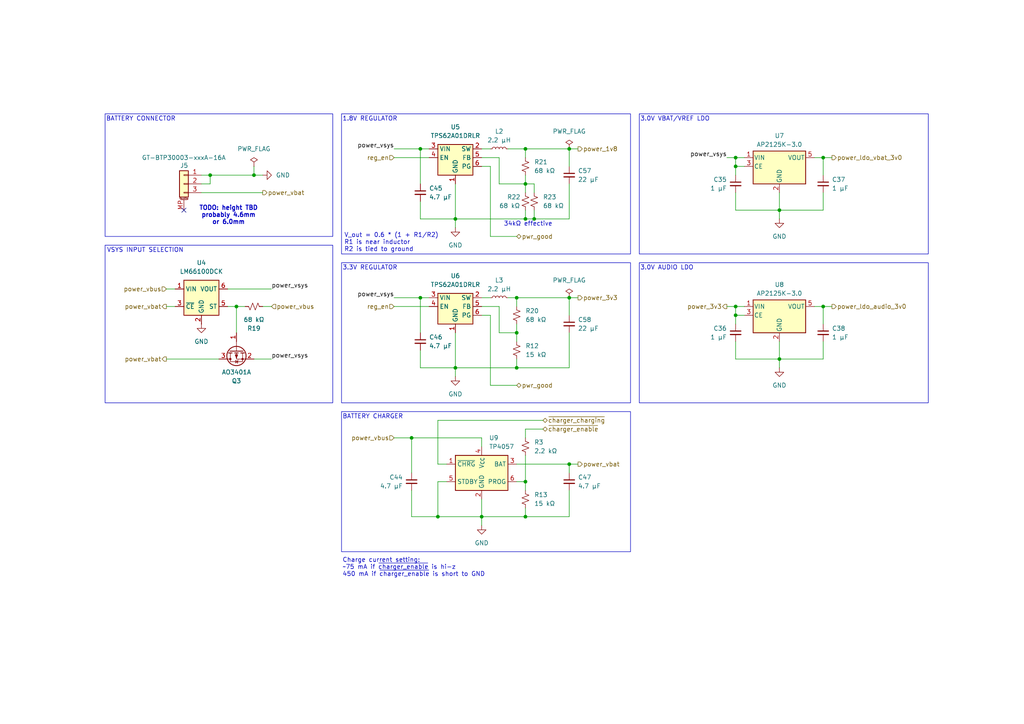
<source format=kicad_sch>
(kicad_sch (version 20250114) (generator "eeschema") (generator_version "9.0")
  (paper "A4")
  (title_block (title "Power supply / battery charger") (date "2024-11-14") (rev "Rev2") (comment 1 "Author: Aidan MacDonald"))
  (lib_symbols
    (symbol "Battery_Management:TP4057"
      (property "Reference" "U5" (at 2.1941 10.16 0))
      (property "Value" "TP4057" (at 2.1941 7.62 0))
      (symbol "TP4057_0_1"
        (rectangle (start -7.62 5.08) (end 7.62 -5.08) (stroke (width 0.254)) (fill (type background)))
      )
      (symbol "TP4057_1_1"
        (pin open_collector line (at -10.16 2.54 0) (length 2.54) (name "~{CHRG}") (number "1"))
        (pin power_in line (at -10.16 -2.54 0) (length 2.54) (name "STDBY") (number "5"))
        (pin power_in line (at 0 7.62 270) (length 2.54) (name "V_{CC}") (number "4"))
        (pin power_in line (at 0 -7.62 90) (length 2.54) (name "GND") (number "2"))
        (pin power_out line (at 10.16 2.54 180) (length 2.54) (name "BAT") (number "3"))
        (pin passive line (at 10.16 -2.54 180) (length 2.54) (name "PROG") (number "6"))
      )
    )
    (symbol "Device:C_Small" (pin_numbers (hide yes)) (pin_names (offset 0.254) (hide yes))
      (property "Reference" "C" (at 0.254 1.778 0))
      (property "Value" "C_Small" (at 0.254 -2.032 0))
      (symbol "C_Small_0_1"
        (polyline (pts (xy -1.524 0.508) (xy 1.524 0.508)) (stroke (width 0.3048)))
        (polyline (pts (xy -1.524 -0.508) (xy 1.524 -0.508)) (stroke (width 0.3302)))
      )
      (symbol "C_Small_1_1"
        (pin passive line (at 0 2.54 270) (length 2.032) (name "~") (number "1"))
        (pin passive line (at 0 -2.54 90) (length 2.032) (name "~") (number "2"))
      )
    )
    (symbol "Device:L_Small" (pin_numbers (hide yes)) (pin_names (offset 0.254) (hide yes))
      (property "Reference" "L" (at 0.762 1.016 0))
      (property "Value" "L_Small" (at 0.762 -1.016 0))
      (symbol "L_Small_0_1"
        (arc (start 0 2.032) (mid 0.5058 1.524) (end 0 1.016))
        (arc (start 0 1.016) (mid 0.5058 0.508) (end 0 0))
        (arc (start 0 0) (mid 0.5058 -0.508) (end 0 -1.016))
        (arc (start 0 -1.016) (mid 0.5058 -1.524) (end 0 -2.032))
      )
      (symbol "L_Small_1_1"
        (pin passive line (at 0 2.54 270) (length 0.508) (name "~") (number "1"))
        (pin passive line (at 0 -2.54 90) (length 0.508) (name "~") (number "2"))
      )
    )
    (symbol "Device:Q_PMOS_GSD" (pin_names (offset 0) (hide yes))
      (property "Reference" "Q" (at 5.08 1.27 0))
      (property "Value" "Q_PMOS_GSD" (at 5.08 -1.27 0))
      (symbol "Q_PMOS_GSD_0_1"
        (polyline (pts (xy 0.254 1.905) (xy 0.254 -1.905)) (stroke (width 0.254)))
        (polyline (pts (xy 0.254 0) (xy -2.54 0)))
        (polyline (pts (xy 0.762 2.286) (xy 0.762 1.27)) (stroke (width 0.254)))
        (polyline (pts (xy 0.762 1.778) (xy 3.302 1.778) (xy 3.302 -1.778) (xy 0.762 -1.778)))
        (polyline (pts (xy 0.762 0.508) (xy 0.762 -0.508)) (stroke (width 0.254)))
        (polyline (pts (xy 0.762 -1.27) (xy 0.762 -2.286)) (stroke (width 0.254)))
        (circle (center 1.651 0) (radius 2.794) (stroke (width 0.254)))
        (polyline (pts (xy 2.286 0) (xy 1.27 0.381) (xy 1.27 -0.381) (xy 2.286 0)) (fill (type outline)))
        (polyline (pts (xy 2.54 2.54) (xy 2.54 1.778)))
        (circle (center 2.54 1.778) (radius 0.254) (fill (type outline)))
        (circle (center 2.54 -1.778) (radius 0.254) (fill (type outline)))
        (polyline (pts (xy 2.54 -2.54) (xy 2.54 0) (xy 0.762 0)))
        (polyline (pts (xy 2.794 -0.508) (xy 2.921 -0.381) (xy 3.683 -0.381) (xy 3.81 -0.254)))
        (polyline (pts (xy 3.302 -0.381) (xy 2.921 0.254) (xy 3.683 0.254) (xy 3.302 -0.381)))
      )
      (symbol "Q_PMOS_GSD_1_1"
        (pin input line (at -5.08 0 0) (length 2.54) (name "G") (number "1"))
        (pin passive line (at 2.54 5.08 270) (length 2.54) (name "D") (number "3"))
        (pin passive line (at 2.54 -5.08 90) (length 2.54) (name "S") (number "2"))
      )
    )
    (symbol "Device:R_Small_US" (pin_numbers (hide yes)) (pin_names (offset 0.254) (hide yes))
      (property "Reference" "R" (at 0.762 0.508 0))
      (property "Value" "R_Small_US" (at 0.762 -1.016 0))
      (symbol "R_Small_US_1_1"
        (polyline (pts (xy 0 1.524) (xy 1.016 1.143) (xy 0 0.762) (xy -1.016 0.381) (xy 0 0)))
        (polyline (pts (xy 0 0) (xy 1.016 -0.381) (xy 0 -0.762) (xy -1.016 -1.143) (xy 0 -1.524)))
        (pin passive line (at 0 2.54 270) (length 1.016) (name "~") (number "1"))
        (pin passive line (at 0 -2.54 90) (length 1.016) (name "~") (number "2"))
      )
    )
    (symbol "TPS62A01DRLR_1"
      (property "Reference" "U2" (at 0 8.89 0))
      (property "Value" "TPS62A01DRLR" (at 0 6.35 0))
      (symbol "TPS62A01DRLR_1_0_1"
        (rectangle (start -5.08 3.81) (end 5.08 -5.08) (stroke (width 0.254)) (fill (type background)))
      )
      (symbol "TPS62A01DRLR_1_1_1"
        (pin power_in line (at -7.62 2.54 0) (length 2.54) (name "VIN") (number "3"))
        (pin input line (at -7.62 0 0) (length 2.54) (name "EN") (number "4"))
        (pin power_in line (at 0 -7.62 90) (length 2.54) (name "GND") (number "1"))
        (pin power_out line (at 7.62 2.54 180) (length 2.54) (name "SW") (number "2"))
        (pin input line (at 7.62 0 180) (length 2.54) (name "FB") (number "5"))
        (pin power_in line (at 7.62 -2.54 180) (length 2.54) (name "PG") (number "6"))
      )
    )
    (symbol "echoplayer:AP2125K-3.0" (pin_names (offset 0.254))
      (property "Reference" "U" (at -6.35 5.715 0))
      (property "Value" "AP2125K-3.0" (at 0 5.715 0))
      (symbol "AP2125K-3.0_0_1"
        (rectangle (start -7.62 -5.08) (end 7.62 4.445) (stroke (width 0.254)) (fill (type background)))
      )
      (symbol "AP2125K-3.0_1_1"
        (pin power_in line (at -10.16 2.54 0) (length 2.54) (name "VIN") (number "1"))
        (pin input line (at -10.16 0 0) (length 2.54) (name "CE") (number "3"))
        (pin power_in line (at 0 -7.62 90) (length 2.54) (name "GND") (number "2"))
        (pin passive line (at 0 -7.62 90) (length 2.54) (hide yes) (name "NC") (number "4"))
        (pin power_out line (at 10.16 2.54 180) (length 2.54) (name "VOUT") (number "5"))
      )
    )
    (symbol "echoplayer:GT-BTP30003" (pin_names (offset 1.016) (hide yes))
      (property "Reference" "J" (at 0 5.08 0))
      (property "Value" "GT-BTP30003" (at 1.27 -5.08 0))
      (symbol "GT-BTP30003_1_1"
        (rectangle (start -1.27 3.81) (end 1.27 -3.81) (stroke (width 0.254)) (fill (type background)))
        (rectangle (start -1.27 2.667) (end 0 2.413) (stroke (width 0.1524)))
        (rectangle (start -1.27 0.127) (end 0 -0.127) (stroke (width 0.1524)))
        (rectangle (start -1.27 -2.413) (end 0 -2.667) (stroke (width 0.1524)))
        (polyline (pts (xy -1.016 -4.572) (xy 1.016 -4.572)) (stroke (width 0.1524)))
        (text "Mounting" (at 0 -4.191 0) (effects (font (size 0.381 0.381))))
        (pin passive line (at -5.08 2.54 0) (length 3.81) (name "Pin_1") (number "1"))
        (pin passive line (at -5.08 0 0) (length 3.81) (name "Pin_2") (number "2"))
        (pin passive line (at -5.08 -2.54 0) (length 3.81) (name "Pin_3") (number "3"))
        (pin passive line (at 0 -7.62 90) (length 3.048) (name "MountPin") (number "MP"))
      )
    )
    (symbol "echoplayer:LM66100DCK"
      (property "Reference" "U" (at -5.08 6.096 0))
      (property "Value" "LM66100DCK" (at 0.254 -6.35 0))
      (symbol "LM66100DCK_0_1"
        (rectangle (start -5.08 5.08) (end 5.08 -5.08) (stroke (width 0.254)) (fill (type background)))
      )
      (symbol "LM66100DCK_1_1"
        (pin power_in line (at -7.62 2.54 0) (length 2.54) (name "VIN") (number "1"))
        (pin input line (at -7.62 -2.54 0) (length 2.54) (name "~{CE}") (number "3"))
        (pin no_connect line (at 0 5.08 270) (length 2.54) (hide yes) (name "NC") (number "4"))
        (pin power_in line (at 0 -7.62 90) (length 2.54) (name "GND") (number "2"))
        (pin power_out line (at 7.62 2.54 180) (length 2.54) (name "VOUT") (number "6"))
        (pin open_collector line (at 7.62 -2.54 180) (length 2.54) (name "ST") (number "5"))
      )
    )
    (symbol "echoplayer:TPS62A01DRLR"
      (property "Reference" "U3" (at 0 8.89 0))
      (property "Value" "TPS62A01DRLR" (at 0 6.35 0))
      (symbol "TPS62A01DRLR_0_1"
        (rectangle (start -5.08 3.81) (end 5.08 -5.08) (stroke (width 0.254)) (fill (type background)))
      )
      (symbol "TPS62A01DRLR_1_1"
        (pin power_in line (at -7.62 2.54 0) (length 2.54) (name "VIN") (number "3"))
        (pin input line (at -7.62 0 0) (length 2.54) (name "EN") (number "4"))
        (pin power_in line (at 0 -7.62 90) (length 2.54) (name "GND") (number "1"))
        (pin power_out line (at 7.62 2.54 180) (length 2.54) (name "SW") (number "2"))
        (pin input line (at 7.62 0 180) (length 2.54) (name "FB") (number "5"))
        (pin power_in line (at 7.62 -2.54 180) (length 2.54) (name "PG") (number "6"))
      )
    )
    (symbol "power:GND" (power) (pin_numbers (hide yes)) (pin_names (offset 0) (hide yes))
      (property "Value" "GND" (at 0 -3.81 0))
      (symbol "GND_0_1"
        (polyline (pts (xy 0 0) (xy 0 -1.27) (xy 1.27 -1.27) (xy 0 -2.54) (xy -1.27 -1.27) (xy 0 -1.27)))
      )
      (symbol "GND_1_1"
        (pin power_in line (at 0 0 270) (length 0) (name "~") (number "1"))
      )
    )
    (symbol "power:PWR_FLAG" (power) (pin_numbers (hide yes)) (pin_names (offset 0) (hide yes))
      (property "Value" "PWR_FLAG" (at 0 3.81 0))
      (symbol "PWR_FLAG_0_0"
        (pin power_out line (at 0 0 90) (length 0) (name "~") (number "1"))
      )
      (symbol "PWR_FLAG_0_1"
        (polyline (pts (xy 0 0) (xy 0 1.27) (xy -1.016 1.905) (xy 0 2.54) (xy 1.016 1.905) (xy 0 1.27)))
      )
    )
  )
  (rectangle (start 99.06 33.02) (end 182.88 73.66))
  (rectangle (start 30.48 33.02) (end 96.52 68.58))
  (rectangle (start 99.06 76.2) (end 182.88 116.84))
  (rectangle (start 185.42 76.2) (end 269.24 116.84))
  (rectangle (start 30.48 71.12) (end 96.52 116.84))
  (rectangle (start 185.42 33.02) (end 269.24 73.66))
  (rectangle (start 99.06 119.38) (end 182.88 160.02))
  (text "TODO: height TBD\nprobably 4.6mm\nor 6.0mm" (at 66.294 62.484 0) (effects (font (size 1.27 1.27) (thickness 0.254) (bold yes))))
  (text "3.3V REGULATOR" (at 99.314 77.724 0) (effects (font (size 1.27 1.27)) (justify left)))
  (text "34kΩ effective" (at 153.162 65.024 0) (effects (font (size 1.27 1.27))))
  (text "V_out = 0.6 * (1 + R1/R2)\nR1 is near inductor\nR2 is tied to ground" (at 99.822 70.358 0) (effects (font (size 1.27 1.27)) (justify left)))
  (text "1.8V REGULATOR" (at 99.314 34.544 0) (effects (font (size 1.27 1.27)) (justify left)))
  (text "Charge current setting:\n~75 mA if ~{charger_enable} is hi-z\n450 mA if ~{charger_enable} is short to GND" (at 99.314 164.592 0) (effects (font (size 1.27 1.27)) (justify left)))
  (text "BATTERY CHARGER" (at 99.314 120.904 0) (effects (font (size 1.27 1.27)) (justify left)))
  (text "BATTERY CONNECTOR" (at 30.734 34.544 0) (effects (font (size 1.27 1.27)) (justify left)))
  (text "3.0V AUDIO LDO" (at 185.674 77.724 0) (effects (font (size 1.27 1.27)) (justify left)))
  (text "3.0V VBAT/VREF LDO" (at 185.674 34.544 0) (effects (font (size 1.27 1.27)) (justify left)))
  (text "VSYS INPUT SELECTION" (at 30.988 72.644 0) (effects (font (size 1.27 1.27)) (justify left)))
  (junction (at 226.06 104.14))
  (junction (at 152.4 53.34))
  (junction (at 165.1 86.36))
  (junction (at 68.58 88.9))
  (junction (at 152.4 139.7))
  (junction (at 213.36 88.9))
  (junction (at 213.36 91.44))
  (junction (at 121.92 86.36))
  (junction (at 149.86 86.36))
  (junction (at 165.1 134.62))
  (junction (at 127 149.86))
  (junction (at 213.36 48.26))
  (junction (at 119.38 127))
  (junction (at 152.4 43.18))
  (junction (at 226.06 60.96))
  (junction (at 121.92 43.18))
  (junction (at 152.4 63.5))
  (junction (at 154.94 63.5))
  (junction (at 132.08 63.5))
  (junction (at 238.76 88.9))
  (junction (at 165.1 43.18))
  (junction (at 73.66 50.8))
  (junction (at 149.86 106.68))
  (junction (at 152.4 149.86))
  (junction (at 238.76 45.72))
  (junction (at 60.96 50.8))
  (junction (at 132.08 106.68))
  (junction (at 139.7 149.86))
  (junction (at 149.86 96.52))
  (junction (at 213.36 45.72))
  (no_connect (at 53.34 60.96))
  (wire (pts (xy 213.36 45.72) (xy 215.9 45.72)))
  (wire (pts (xy 144.78 53.34) (xy 152.4 53.34)))
  (wire (pts (xy 213.36 88.9) (xy 213.36 91.44)))
  (wire (pts (xy 127 121.92) (xy 157.48 121.92)))
  (wire (pts (xy 149.86 86.36) (xy 149.86 88.9)))
  (wire (pts (xy 149.86 139.7) (xy 152.4 139.7)))
  (wire (pts (xy 152.4 124.46) (xy 152.4 127)))
  (wire (pts (xy 78.74 104.14) (xy 73.66 104.14)))
  (wire (pts (xy 226.06 60.96) (xy 238.76 60.96)))
  (wire (pts (xy 152.4 60.96) (xy 152.4 63.5)))
  (wire (pts (xy 144.78 45.72) (xy 144.78 53.34)))
  (wire (pts (xy 152.4 149.86) (xy 152.4 147.32)))
  (wire (pts (xy 119.38 127) (xy 139.7 127)))
  (wire (pts (xy 238.76 88.9) (xy 241.3 88.9)))
  (wire (pts (xy 154.94 60.96) (xy 154.94 63.5)))
  (wire (pts (xy 149.86 96.52) (xy 149.86 99.06)))
  (wire (pts (xy 121.92 86.36) (xy 124.46 86.36)))
  (wire (pts (xy 213.36 104.14) (xy 226.06 104.14)))
  (wire (pts (xy 154.94 53.34) (xy 154.94 55.88)))
  (wire (pts (xy 165.1 134.62) (xy 165.1 137.16)))
  (wire (pts (xy 121.92 101.6) (xy 121.92 106.68)))
  (wire (pts (xy 73.66 48.26) (xy 73.66 50.8)))
  (wire (pts (xy 132.08 106.68) (xy 132.08 109.22)))
  (wire (pts (xy 213.36 48.26) (xy 215.9 48.26)))
  (wire (pts (xy 213.36 99.06) (xy 213.36 104.14)))
  (wire (pts (xy 238.76 99.06) (xy 238.76 104.14)))
  (wire (pts (xy 139.7 88.9) (xy 144.78 88.9)))
  (wire (pts (xy 121.92 43.18) (xy 124.46 43.18)))
  (wire (pts (xy 139.7 149.86) (xy 152.4 149.86)))
  (wire (pts (xy 226.06 104.14) (xy 226.06 106.68)))
  (wire (pts (xy 144.78 45.72) (xy 139.7 45.72)))
  (wire (pts (xy 213.36 60.96) (xy 226.06 60.96)))
  (wire (pts (xy 213.36 48.26) (xy 213.36 50.8)))
  (wire (pts (xy 139.7 144.78) (xy 139.7 149.86)))
  (wire (pts (xy 149.86 104.14) (xy 149.86 106.68)))
  (wire (pts (xy 121.92 106.68) (xy 132.08 106.68)))
  (wire (pts (xy 132.08 63.5) (xy 132.08 66.04)))
  (wire (pts (xy 142.24 91.44) (xy 142.24 111.76)))
  (wire (pts (xy 139.7 86.36) (xy 142.24 86.36)))
  (wire (pts (xy 121.92 43.18) (xy 121.92 53.34)))
  (wire (pts (xy 68.58 88.9) (xy 68.58 96.52)))
  (wire (pts (xy 226.06 104.14) (xy 238.76 104.14)))
  (wire (pts (xy 147.32 43.18) (xy 152.4 43.18)))
  (wire (pts (xy 157.48 124.46) (xy 152.4 124.46)))
  (wire (pts (xy 165.1 134.62) (xy 167.64 134.62)))
  (wire (pts (xy 165.1 63.5) (xy 154.94 63.5)))
  (wire (pts (xy 238.76 45.72) (xy 241.3 45.72)))
  (wire (pts (xy 142.24 48.26) (xy 142.24 68.58)))
  (wire (pts (xy 144.78 88.9) (xy 144.78 96.52)))
  (wire (pts (xy 132.08 96.52) (xy 132.08 106.68)))
  (wire (pts (xy 165.1 86.36) (xy 167.64 86.36)))
  (wire (pts (xy 132.08 106.68) (xy 149.86 106.68)))
  (wire (pts (xy 139.7 91.44) (xy 142.24 91.44)))
  (wire (pts (xy 66.04 88.9) (xy 68.58 88.9)))
  (wire (pts (xy 119.38 142.24) (xy 119.38 149.86)))
  (wire (pts (xy 132.08 53.34) (xy 132.08 63.5)))
  (wire (pts (xy 213.36 88.9) (xy 215.9 88.9)))
  (wire (pts (xy 210.82 88.9) (xy 213.36 88.9)))
  (wire (pts (xy 165.1 43.18) (xy 152.4 43.18)))
  (wire (pts (xy 165.1 96.52) (xy 165.1 106.68)))
  (wire (pts (xy 139.7 43.18) (xy 142.24 43.18)))
  (wire (pts (xy 165.1 149.86) (xy 152.4 149.86)))
  (wire (pts (xy 132.08 63.5) (xy 152.4 63.5)))
  (wire (pts (xy 58.42 55.88) (xy 76.2 55.88)))
  (wire (pts (xy 236.22 45.72) (xy 238.76 45.72)))
  (wire (pts (xy 238.76 88.9) (xy 238.76 93.98)))
  (wire (pts (xy 129.54 139.7) (xy 127 139.7)))
  (wire (pts (xy 149.86 134.62) (xy 165.1 134.62)))
  (wire (pts (xy 119.38 127) (xy 119.38 137.16)))
  (wire (pts (xy 127 149.86) (xy 139.7 149.86)))
  (wire (pts (xy 127 139.7) (xy 127 149.86)))
  (wire (pts (xy 144.78 96.52) (xy 149.86 96.52)))
  (wire (pts (xy 114.3 88.9) (xy 124.46 88.9)))
  (wire (pts (xy 152.4 43.18) (xy 152.4 45.72)))
  (wire (pts (xy 165.1 142.24) (xy 165.1 149.86)))
  (wire (pts (xy 58.42 53.34) (xy 60.96 53.34)))
  (wire (pts (xy 236.22 88.9) (xy 238.76 88.9)))
  (wire (pts (xy 226.06 55.88) (xy 226.06 60.96)))
  (wire (pts (xy 139.7 48.26) (xy 142.24 48.26)))
  (wire (pts (xy 152.4 50.8) (xy 152.4 53.34)))
  (wire (pts (xy 48.26 104.14) (xy 63.5 104.14)))
  (wire (pts (xy 114.3 86.36) (xy 121.92 86.36)))
  (wire (pts (xy 165.1 43.18) (xy 167.64 43.18)))
  (wire (pts (xy 152.4 132.08) (xy 152.4 139.7)))
  (wire (pts (xy 165.1 86.36) (xy 149.86 86.36)))
  (wire (pts (xy 121.92 86.36) (xy 121.92 96.52)))
  (wire (pts (xy 238.76 55.88) (xy 238.76 60.96)))
  (wire (pts (xy 121.92 63.5) (xy 132.08 63.5)))
  (wire (pts (xy 60.96 50.8) (xy 73.66 50.8)))
  (wire (pts (xy 213.36 55.88) (xy 213.36 60.96)))
  (wire (pts (xy 48.26 88.9) (xy 50.8 88.9)))
  (wire (pts (xy 165.1 53.34) (xy 165.1 63.5)))
  (wire (pts (xy 114.3 127) (xy 119.38 127)))
  (wire (pts (xy 127 134.62) (xy 127 121.92)))
  (wire (pts (xy 142.24 111.76) (xy 149.86 111.76)))
  (wire (pts (xy 139.7 127) (xy 139.7 129.54)))
  (wire (pts (xy 238.76 45.72) (xy 238.76 50.8)))
  (wire (pts (xy 129.54 134.62) (xy 127 134.62)))
  (wire (pts (xy 213.36 45.72) (xy 213.36 48.26)))
  (wire (pts (xy 165.1 48.26) (xy 165.1 43.18)))
  (wire (pts (xy 68.58 88.9) (xy 71.12 88.9)))
  (wire (pts (xy 78.74 88.9) (xy 76.2 88.9)))
  (wire (pts (xy 213.36 91.44) (xy 215.9 91.44)))
  (wire (pts (xy 226.06 99.06) (xy 226.06 104.14)))
  (wire (pts (xy 48.26 83.82) (xy 50.8 83.82)))
  (wire (pts (xy 139.7 152.4) (xy 139.7 149.86)))
  (wire (pts (xy 73.66 50.8) (xy 76.2 50.8)))
  (wire (pts (xy 152.4 53.34) (xy 152.4 55.88)))
  (wire (pts (xy 165.1 106.68) (xy 149.86 106.68)))
  (wire (pts (xy 114.3 43.18) (xy 121.92 43.18)))
  (wire (pts (xy 149.86 93.98) (xy 149.86 96.52)))
  (wire (pts (xy 147.32 86.36) (xy 149.86 86.36)))
  (wire (pts (xy 58.42 50.8) (xy 60.96 50.8)))
  (wire (pts (xy 154.94 63.5) (xy 152.4 63.5)))
  (wire (pts (xy 210.82 45.72) (xy 213.36 45.72)))
  (wire (pts (xy 226.06 60.96) (xy 226.06 63.5)))
  (wire (pts (xy 121.92 58.42) (xy 121.92 63.5)))
  (wire (pts (xy 114.3 45.72) (xy 124.46 45.72)))
  (wire (pts (xy 213.36 91.44) (xy 213.36 93.98)))
  (wire (pts (xy 165.1 91.44) (xy 165.1 86.36)))
  (wire (pts (xy 60.96 50.8) (xy 60.96 53.34)))
  (wire (pts (xy 142.24 68.58) (xy 149.86 68.58)))
  (wire (pts (xy 152.4 53.34) (xy 154.94 53.34)))
  (wire (pts (xy 119.38 149.86) (xy 127 149.86)))
  (wire (pts (xy 152.4 139.7) (xy 152.4 142.24)))
  (wire (pts (xy 66.04 83.82) (xy 78.74 83.82)))
  (label "power_vsys" (at 78.74 104.14 0))
  (label "power_vsys" (at 114.3 86.36 180))
  (label "power_vsys" (at 78.74 83.82 0))
  (label "power_vsys" (at 210.82 45.72 180))
  (label "power_vsys" (at 114.3 43.18 180))
  (hierarchical_label "power_vbat" (shape output) (at 48.26 88.9 180))
  (hierarchical_label "~{charger_charging}" (shape tri_state) (at 157.48 121.92 0))
  (hierarchical_label "power_3v3" (shape output) (at 167.64 86.36 0))
  (hierarchical_label "reg_en" (shape input) (at 114.3 88.9 180))
  (hierarchical_label "power_vbus" (shape input) (at 114.3 127 180))
  (hierarchical_label "power_vbus" (shape input) (at 48.26 83.82 180))
  (hierarchical_label "power_3v3" (shape output) (at 210.82 88.9 180))
  (hierarchical_label "pwr_good" (shape tri_state) (at 149.86 111.76 0))
  (hierarchical_label "power_vbus" (shape input) (at 78.74 88.9 0))
  (hierarchical_label "power_vbat" (shape output) (at 76.2 55.88 0))
  (hierarchical_label "power_1v8" (shape output) (at 167.64 43.18 0))
  (hierarchical_label "power_ldo_audio_3v0" (shape output) (at 241.3 88.9 0))
  (hierarchical_label "~{charger_enable}" (shape tri_state) (at 157.48 124.46 0))
  (hierarchical_label "reg_en" (shape input) (at 114.3 45.72 180))
  (hierarchical_label "power_ldo_vbat_3v0" (shape output) (at 241.3 45.72 0))
  (hierarchical_label "power_vbat" (shape output) (at 167.64 134.62 0))
  (hierarchical_label "pwr_good" (shape tri_state) (at 149.86 68.58 0))
  (hierarchical_label "power_vbat" (shape output) (at 48.26 104.14 180))
  (symbol (lib_id "power:PWR_FLAG") (at 165.1 86.36 0) (unit 1)
    (property "Reference" "#FLG0110" (effects (hide yes)))
    (property "Value" "PWR_FLAG" (at 165.1 81.28 0))
    (property "Description" "Special symbol for telling ERC where power comes from" (effects (hide yes)))
  )
  (symbol (lib_id "Battery_Management:TP4057") (at 139.7 137.16 0) (unit 1)
    (property "Reference" "U9" (at 141.8433 127 0) (effects (justify left)))
    (property "Value" "TP4057" (at 141.8433 129.54 0) (effects (justify left)))
    (property "Footprint" "Package_TO_SOT_SMD:TSOT-23-6" (effects (hide yes)))
    (property "Datasheet" "http://toppwr.com/uploadfile/file/20230304/640302a47b738.pdf" (effects (hide yes)))
    (property "Description" "Constant-current/constant-voltage linear charger for single cell lithium-ion batteries with 2.9V Trickle Charge, 4.5V to 6.5V VDD, -40 to +85 degree Celsius, TSOT-23-5" (effects (hide yes)))
  )
  (symbol (lib_id "echoplayer:TPS62A01DRLR") (at 132.08 88.9 0) (unit 1)
    (property "Reference" "U6" (at 132.08 80.01 0))
    (property "Value" "TPS62A01DRLR" (at 132.08 82.55 0))
    (property "Footprint" "Package_TO_SOT_SMD:SOT-563" (effects (hide yes)))
    (property "Datasheet" "https://www.ti.com/lit/ds/symlink/tps62a01.pdf" (effects (hide yes)))
    (property "Description" "2.4 MHz, 1A, 2.5V-5.5V input, synchronous buck converter" (effects (hide yes)))
  )
  (symbol (lib_id "Device:R_Small_US") (at 152.4 144.78 0) (unit 1)
    (property "Reference" "R13" (at 154.94 143.5099 0) (effects (justify left)))
    (property "Value" "15 kΩ" (at 154.94 146.0499 0) (effects (justify left)))
    (property "Footprint" "Resistor_SMD:R_0402_1005Metric" (effects (hide yes)))
    (property "Description" "Resistor, small US symbol" (effects (hide yes)))
  )
  (symbol (lib_id "Device:C_Small") (at 213.36 96.52 0) (mirror y) (unit 1)
    (property "Reference" "C36" (at 210.82 95.2562 0) (effects (justify left)))
    (property "Value" "1 µF" (at 210.82 97.7962 0) (effects (justify left)))
    (property "Footprint" "Capacitor_SMD:C_0402_1005Metric" (effects (hide yes)))
    (property "Description" "Unpolarized capacitor, small symbol" (effects (hide yes)))
  )
  (symbol (lib_id "Device:R_Small_US") (at 152.4 58.42 0) (unit 1)
    (property "Reference" "R22" (at 147.066 57.15 0) (effects (justify left)))
    (property "Value" "68 kΩ" (at 144.78 59.6901 0) (effects (justify left)))
    (property "Footprint" "Resistor_SMD:R_0402_1005Metric" (effects (hide yes)))
    (property "Description" "Resistor, small US symbol" (effects (hide yes)))
  )
  (symbol (lib_id "Device:L_Small") (at 144.78 86.36 90) (unit 1)
    (property "Reference" "L3" (at 144.78 81.28 90))
    (property "Value" "2.2 µH" (at 144.78 83.82 90))
    (property "Footprint" "Inductor_SMD:L_Changjiang_FNR3015S" (effects (hide yes)))
    (property "Description" "Inductor, small symbol" (effects (hide yes)))
  )
  (symbol (lib_id "Device:L_Small") (at 144.78 43.18 90) (unit 1)
    (property "Reference" "L2" (at 144.78 38.1 90))
    (property "Value" "2.2 µH" (at 144.78 40.64 90))
    (property "Footprint" "Inductor_SMD:L_Changjiang_FNR3015S" (effects (hide yes)))
    (property "Description" "Inductor, small symbol" (effects (hide yes)))
  )
  (symbol (lib_id "Device:Q_PMOS_GSD") (at 68.58 101.6 90) (mirror x) (unit 1)
    (property "Reference" "Q3" (at 68.58 110.49 90))
    (property "Value" "AO3401A" (at 68.58 107.95 90))
    (property "Footprint" "Package_TO_SOT_SMD:SOT-23" (effects (hide yes)))
    (property "Description" "P-MOSFET transistor, gate/source/drain" (effects (hide yes)))
  )
  (symbol (lib_id "echoplayer:GT-BTP30003") (at 53.34 53.34 0) (mirror y) (unit 1)
    (property "Reference" "J5" (at 54.61 48.006 0) (effects (justify left)))
    (property "Value" "GT-BTP30003-xxxA-16A" (at 65.532 45.72 0) (effects (justify left)))
    (property "Footprint" "echoplayer:Conn_GT-BTP30003-xxxxA-016A" (effects (hide yes)))
    (property "Datasheet" "https://www.lcsc.com/datasheet/lcsc_datasheet_2409091552_G-Switch-GT-BTP30003-0460A-016A_C41378737.pdf" (effects (hide yes)))
    (property "Description" "3-pin blade/shrapnel battery connector, SMD, vertical mount with mounting pin" (effects (hide yes)))
  )
  (symbol (lib_id "Device:C_Small") (at 165.1 93.98 0) (mirror y) (unit 1)
    (property "Reference" "C58" (at 167.64 92.7162 0) (effects (justify right)))
    (property "Value" "22 µF" (at 167.64 95.2562 0) (effects (justify right)))
    (property "Footprint" "Capacitor_SMD:C_0805_2012Metric" (effects (hide yes)))
    (property "Description" "Unpolarized capacitor, small symbol" (effects (hide yes)))
  )
  (symbol (lib_id "power:GND") (at 139.7 152.4 0) (unit 1)
    (property "Reference" "#PWR0174" (effects (hide yes)))
    (property "Value" "GND" (at 139.7 157.48 0))
    (property "Description" "Power symbol creates a global label with name \"GND\" , ground" (effects (hide yes)))
  )
  (symbol (lib_id "echoplayer:AP2125K-3.0") (at 226.06 48.26 0) (unit 1)
    (property "Reference" "U7" (at 226.06 39.37 0))
    (property "Value" "AP2125K-3.0" (at 226.06 41.91 0))
    (property "Footprint" "Package_TO_SOT_SMD:SOT-23-5" (effects (hide yes)))
    (property "Datasheet" "https://lcsc.com/datasheet/lcsc_datasheet_2304140030_Diodes-Incorporated-AP2125N-3-3TRG1_C150715.pdf" (effects (hide yes)))
    (property "Description" "300mA 6.5V High-speed Extremely low-noise Low-dropout Regulator, 3.0V output voltage, SOT-23-5" (effects (hide yes)))
  )
  (symbol (lib_id "Device:R_Small_US") (at 154.94 58.42 0) (unit 1)
    (property "Reference" "R23" (at 157.48 57.1499 0) (effects (justify left)))
    (property "Value" "68 kΩ" (at 157.48 59.6899 0) (effects (justify left)))
    (property "Footprint" "Resistor_SMD:R_0402_1005Metric" (effects (hide yes)))
    (property "Description" "Resistor, small US symbol" (effects (hide yes)))
  )
  (symbol (lib_id "echoplayer:AP2125K-3.0") (at 226.06 91.44 0) (unit 1)
    (property "Reference" "U8" (at 226.06 82.55 0))
    (property "Value" "AP2125K-3.0" (at 226.06 85.09 0))
    (property "Footprint" "Package_TO_SOT_SMD:SOT-23-5" (effects (hide yes)))
    (property "Datasheet" "https://lcsc.com/datasheet/lcsc_datasheet_2304140030_Diodes-Incorporated-AP2125N-3-3TRG1_C150715.pdf" (effects (hide yes)))
    (property "Description" "300mA 6.5V High-speed Extremely low-noise Low-dropout Regulator, 3.0V output voltage, SOT-23-5" (effects (hide yes)))
  )
  (symbol (lib_id "power:GND") (at 226.06 63.5 0) (unit 1)
    (property "Reference" "#PWR0175" (effects (hide yes)))
    (property "Value" "GND" (at 226.06 68.58 0))
    (property "Description" "Power symbol creates a global label with name \"GND\" , ground" (effects (hide yes)))
  )
  (symbol (lib_id "Device:R_Small_US") (at 149.86 101.6 0) (unit 1)
    (property "Reference" "R12" (at 152.4 100.3299 0) (effects (justify left)))
    (property "Value" "15 kΩ" (at 152.4 102.8699 0) (effects (justify left)))
    (property "Footprint" "Resistor_SMD:R_0402_1005Metric" (effects (hide yes)))
    (property "Description" "Resistor, small US symbol" (effects (hide yes)))
  )
  (symbol (lib_id "Device:R_Small_US") (at 149.86 91.44 0) (unit 1)
    (property "Reference" "R20" (at 152.4 90.1699 0) (effects (justify left)))
    (property "Value" "68 kΩ" (at 152.4 92.7099 0) (effects (justify left)))
    (property "Footprint" "Resistor_SMD:R_0402_1005Metric" (effects (hide yes)))
    (property "Description" "Resistor, small US symbol" (effects (hide yes)))
  )
  (symbol (lib_id "Device:C_Small") (at 165.1 50.8 0) (mirror y) (unit 1)
    (property "Reference" "C57" (at 167.64 49.5362 0) (effects (justify right)))
    (property "Value" "22 µF" (at 167.64 52.0762 0) (effects (justify right)))
    (property "Footprint" "Capacitor_SMD:C_0805_2012Metric" (effects (hide yes)))
    (property "Description" "Unpolarized capacitor, small symbol" (effects (hide yes)))
  )
  (symbol (lib_id "power:GND") (at 76.2 50.8 90) (unit 1)
    (property "Reference" "#PWR0171" (effects (hide yes)))
    (property "Value" "GND" (at 80.01 50.7999 90) (effects (justify right)))
    (property "Description" "Power symbol creates a global label with name \"GND\" , ground" (effects (hide yes)))
  )
  (symbol (lib_name "TPS62A01DRLR_1") (lib_id "echoplayer:TPS62A01DRLR") (at 132.08 45.72 0) (unit 1)
    (property "Reference" "U5" (at 132.08 36.83 0))
    (property "Value" "TPS62A01DRLR" (at 132.08 39.37 0))
    (property "Footprint" "Package_TO_SOT_SMD:SOT-563" (effects (hide yes)))
    (property "Datasheet" "https://www.ti.com/lit/ds/symlink/tps62a01.pdf" (effects (hide yes)))
    (property "Description" "2.4 MHz, 1A, 2.5V-5.5V input, synchronous buck converter" (effects (hide yes)))
  )
  (symbol (lib_id "power:PWR_FLAG") (at 73.66 48.26 0) (unit 1)
    (property "Reference" "#FLG0108" (effects (hide yes)))
    (property "Value" "PWR_FLAG" (at 73.66 43.18 0))
    (property "Description" "Special symbol for telling ERC where power comes from" (effects (hide yes)))
  )
  (symbol (lib_id "Device:R_Small_US") (at 152.4 129.54 0) (unit 1)
    (property "Reference" "R3" (at 154.94 128.2699 0) (effects (justify left)))
    (property "Value" "2.2 kΩ" (at 154.94 130.8099 0) (effects (justify left)))
    (property "Footprint" "Resistor_SMD:R_0402_1005Metric" (effects (hide yes)))
    (property "Description" "Resistor, small US symbol" (effects (hide yes)))
  )
  (symbol (lib_id "power:GND") (at 58.42 93.98 0) (unit 1)
    (property "Reference" "#PWR0170" (effects (hide yes)))
    (property "Value" "GND" (at 58.42 99.06 0))
    (property "Description" "Power symbol creates a global label with name \"GND\" , ground" (effects (hide yes)))
  )
  (symbol (lib_id "power:GND") (at 132.08 66.04 0) (unit 1)
    (property "Reference" "#PWR0172" (effects (hide yes)))
    (property "Value" "GND" (at 132.08 71.12 0))
    (property "Description" "Power symbol creates a global label with name \"GND\" , ground" (effects (hide yes)))
  )
  (symbol (lib_id "Device:C_Small") (at 238.76 53.34 0) (unit 1)
    (property "Reference" "C37" (at 241.3 52.0762 0) (effects (justify left)))
    (property "Value" "1 µF" (at 241.3 54.6162 0) (effects (justify left)))
    (property "Footprint" "Capacitor_SMD:C_0402_1005Metric" (effects (hide yes)))
    (property "Description" "Unpolarized capacitor, small symbol" (effects (hide yes)))
  )
  (symbol (lib_id "Device:R_Small_US") (at 152.4 48.26 0) (unit 1)
    (property "Reference" "R21" (at 154.94 46.9899 0) (effects (justify left)))
    (property "Value" "68 kΩ" (at 154.94 49.5299 0) (effects (justify left)))
    (property "Footprint" "Resistor_SMD:R_0402_1005Metric" (effects (hide yes)))
    (property "Description" "Resistor, small US symbol" (effects (hide yes)))
  )
  (symbol (lib_id "Device:C_Small") (at 121.92 99.06 0) (mirror y) (unit 1)
    (property "Reference" "C46" (at 124.46 97.7962 0) (effects (justify right)))
    (property "Value" "4.7 µF" (at 124.46 100.3362 0) (effects (justify right)))
    (property "Footprint" "Capacitor_SMD:C_0805_2012Metric" (effects (hide yes)))
    (property "Description" "Unpolarized capacitor, small symbol" (effects (hide yes)))
  )
  (symbol (lib_id "echoplayer:LM66100DCK") (at 58.42 86.36 0) (unit 1)
    (property "Reference" "U4" (at 58.42 76.2 0))
    (property "Value" "LM66100DCK" (at 58.42 78.74 0))
    (property "Footprint" "Package_TO_SOT_SMD:Texas_R-PDSO-G6" (effects (hide yes)))
    (property "Datasheet" "https://www.ti.com/lit/ds/symlink/lm66100.pdf" (effects (hide yes)))
    (property "Description" "Ideal Diode With Input Polarity Protection 1.5 - 5.5V  Input Voltage, 1.5A Output Current, Ron 141 mOhm, SC-70-6" (effects (hide yes)))
  )
  (symbol (lib_id "Device:C_Small") (at 213.36 53.34 0) (mirror y) (unit 1)
    (property "Reference" "C35" (at 210.82 52.0762 0) (effects (justify left)))
    (property "Value" "1 µF" (at 210.82 54.6162 0) (effects (justify left)))
    (property "Footprint" "Capacitor_SMD:C_0402_1005Metric" (effects (hide yes)))
    (property "Description" "Unpolarized capacitor, small symbol" (effects (hide yes)))
  )
  (symbol (lib_id "power:GND") (at 132.08 109.22 0) (unit 1)
    (property "Reference" "#PWR0173" (effects (hide yes)))
    (property "Value" "GND" (at 132.08 114.3 0))
    (property "Description" "Power symbol creates a global label with name \"GND\" , ground" (effects (hide yes)))
  )
  (symbol (lib_id "power:GND") (at 226.06 106.68 0) (unit 1)
    (property "Reference" "#PWR0176" (effects (hide yes)))
    (property "Value" "GND" (at 226.06 111.76 0))
    (property "Description" "Power symbol creates a global label with name \"GND\" , ground" (effects (hide yes)))
  )
  (symbol (lib_id "Device:C_Small") (at 121.92 55.88 0) (mirror y) (unit 1)
    (property "Reference" "C45" (at 124.46 54.6162 0) (effects (justify right)))
    (property "Value" "4.7 µF" (at 124.46 57.1562 0) (effects (justify right)))
    (property "Footprint" "Capacitor_SMD:C_0805_2012Metric" (effects (hide yes)))
    (property "Description" "Unpolarized capacitor, small symbol" (effects (hide yes)))
  )
  (symbol (lib_id "Device:R_Small_US") (at 73.66 88.9 270) (mirror x) (unit 1)
    (property "Reference" "R19" (at 73.66 95.25 90))
    (property "Value" "68 kΩ" (at 73.66 92.71 90))
    (property "Footprint" "Resistor_SMD:R_0402_1005Metric" (effects (hide yes)))
    (property "Description" "Resistor, small US symbol" (effects (hide yes)))
  )
  (symbol (lib_id "Device:C_Small") (at 119.38 139.7 0) (unit 1)
    (property "Reference" "C44" (at 116.84 138.4362 0) (effects (justify right)))
    (property "Value" "4.7 µF" (at 116.84 140.9762 0) (effects (justify right)))
    (property "Footprint" "Capacitor_SMD:C_0805_2012Metric" (effects (hide yes)))
    (property "Description" "Unpolarized capacitor, small symbol" (effects (hide yes)))
  )
  (symbol (lib_id "power:PWR_FLAG") (at 165.1 43.18 0) (unit 1)
    (property "Reference" "#FLG0109" (effects (hide yes)))
    (property "Value" "PWR_FLAG" (at 165.1 38.1 0))
    (property "Description" "Special symbol for telling ERC where power comes from" (effects (hide yes)))
  )
  (symbol (lib_id "Device:C_Small") (at 238.76 96.52 0) (unit 1)
    (property "Reference" "C38" (at 241.3 95.2562 0) (effects (justify left)))
    (property "Value" "1 µF" (at 241.3 97.7962 0) (effects (justify left)))
    (property "Footprint" "Capacitor_SMD:C_0402_1005Metric" (effects (hide yes)))
    (property "Description" "Unpolarized capacitor, small symbol" (effects (hide yes)))
  )
  (symbol (lib_id "Device:C_Small") (at 165.1 139.7 0) (mirror y) (unit 1)
    (property "Reference" "C47" (at 167.64 138.4362 0) (effects (justify right)))
    (property "Value" "4.7 µF" (at 167.64 140.9762 0) (effects (justify right)))
    (property "Footprint" "Capacitor_SMD:C_0805_2012Metric" (effects (hide yes)))
    (property "Description" "Unpolarized capacitor, small symbol" (effects (hide yes)))
  )
)
</source>
